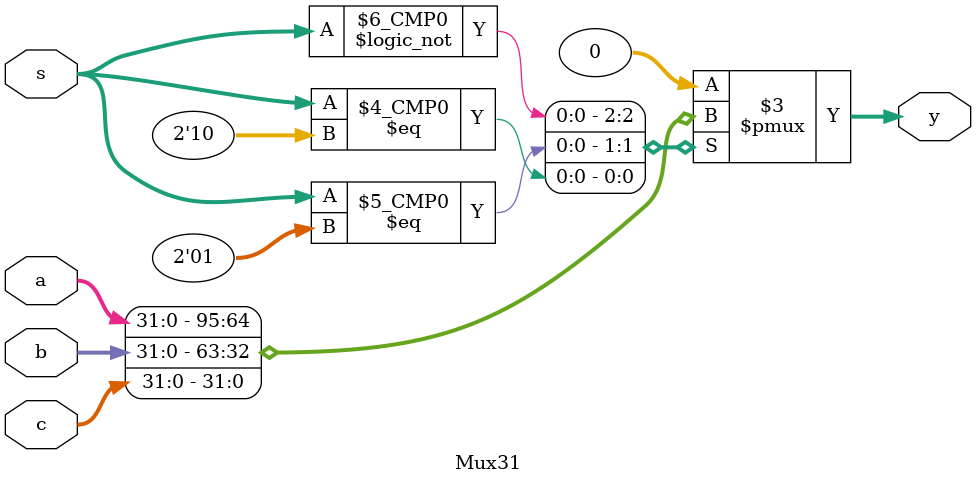
<source format=sv>
`timescale 1ns / 1ps
module Mux31 #(parameter N = 32) (a, b, c, s, y);
    input logic [N-1:0] a; // Input 0
    input logic [N-1:0] b; // Input 1
    input logic [N-1:0] c; // Input 2
    input logic [1:0] s;   // 2-bit select signal
    output logic [N-1:0] y;
    
    always_comb begin
        case (s)
            2'b00: y = a; // Select input a
            2'b01: y = b; // Select input b
            2'b10: y = c; // Select input c
            default: y = {N{1'b0}}; // Default to 0
        endcase
    end
endmodule
</source>
